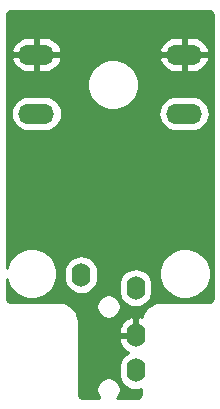
<source format=gtl>
G04 #@! TF.GenerationSoftware,KiCad,Pcbnew,5.1.6-c6e7f7d~86~ubuntu16.04.1*
G04 #@! TF.CreationDate,2020-07-12T16:36:50-04:00*
G04 #@! TF.ProjectId,tactile_switch_pcb_v2,74616374-696c-4655-9f73-77697463685f,1.0*
G04 #@! TF.SameCoordinates,Original*
G04 #@! TF.FileFunction,Copper,L1,Top*
G04 #@! TF.FilePolarity,Positive*
%FSLAX46Y46*%
G04 Gerber Fmt 4.6, Leading zero omitted, Abs format (unit mm)*
G04 Created by KiCad (PCBNEW 5.1.6-c6e7f7d~86~ubuntu16.04.1) date 2020-07-12 16:36:50*
%MOMM*%
%LPD*%
G01*
G04 APERTURE LIST*
G04 #@! TA.AperFunction,ComponentPad*
%ADD10O,3.048000X1.727200*%
G04 #@! TD*
G04 #@! TA.AperFunction,ComponentPad*
%ADD11O,1.600000X2.000000*%
G04 #@! TD*
G04 #@! TA.AperFunction,Conductor*
%ADD12C,0.254000*%
G04 #@! TD*
G04 APERTURE END LIST*
D10*
X153851000Y-105410000D03*
X153851000Y-110410000D03*
X141351000Y-105410000D03*
X141351000Y-110410000D03*
D11*
X145139000Y-124057000D03*
X149739000Y-125157000D03*
X149739000Y-132157000D03*
X149739000Y-129157000D03*
D12*
G36*
X156024533Y-101761885D02*
G01*
X156090457Y-101781789D01*
X156151255Y-101814115D01*
X156204619Y-101857639D01*
X156248512Y-101910696D01*
X156281266Y-101971271D01*
X156301628Y-102037053D01*
X156312000Y-102135731D01*
X156312001Y-125951709D01*
X156302115Y-126052531D01*
X156282211Y-126118458D01*
X156249885Y-126179255D01*
X156206362Y-126232618D01*
X156153300Y-126276515D01*
X156092727Y-126309266D01*
X156026947Y-126329628D01*
X155928269Y-126340000D01*
X151859581Y-126340000D01*
X151831309Y-126342784D01*
X151825088Y-126342741D01*
X151815917Y-126343641D01*
X151618715Y-126364368D01*
X151560151Y-126376390D01*
X151501362Y-126387604D01*
X151492540Y-126390268D01*
X151303118Y-126448903D01*
X151248005Y-126472071D01*
X151192507Y-126494493D01*
X151184371Y-126498820D01*
X151009947Y-126593130D01*
X150960331Y-126626597D01*
X150910301Y-126659335D01*
X150903160Y-126665159D01*
X150750376Y-126791553D01*
X150708237Y-126833988D01*
X150665487Y-126875851D01*
X150659613Y-126882952D01*
X150534289Y-127036614D01*
X150501174Y-127086456D01*
X150467390Y-127135796D01*
X150463007Y-127143902D01*
X150369916Y-127318980D01*
X150347125Y-127374275D01*
X150323554Y-127429270D01*
X150320829Y-127438073D01*
X150264777Y-127623728D01*
X150145730Y-127575556D01*
X150088039Y-127565096D01*
X149866000Y-127687085D01*
X149866000Y-129030000D01*
X149886000Y-129030000D01*
X149886000Y-129284000D01*
X149866000Y-129284000D01*
X149866000Y-129304000D01*
X149612000Y-129304000D01*
X149612000Y-129284000D01*
X148459526Y-129284000D01*
X148307063Y-129509887D01*
X148364404Y-129786306D01*
X148474570Y-130046227D01*
X148633327Y-130279662D01*
X148834575Y-130477639D01*
X149070579Y-130632551D01*
X149128714Y-130656075D01*
X148937899Y-130758068D01*
X148719392Y-130937393D01*
X148540068Y-131155900D01*
X148406818Y-131405193D01*
X148324764Y-131675692D01*
X148304000Y-131886509D01*
X148304000Y-132427492D01*
X148324764Y-132638309D01*
X148406818Y-132908808D01*
X148540068Y-133158101D01*
X148719393Y-133376608D01*
X148937900Y-133555932D01*
X149187193Y-133689182D01*
X149457692Y-133771236D01*
X149739000Y-133798943D01*
X150020309Y-133771236D01*
X150216000Y-133711874D01*
X150216000Y-134079719D01*
X150206115Y-134180531D01*
X150186211Y-134246458D01*
X150153885Y-134307255D01*
X150110362Y-134360618D01*
X150057300Y-134404515D01*
X149996727Y-134437266D01*
X149930947Y-134457628D01*
X149832269Y-134468000D01*
X148191711Y-134468000D01*
X148242937Y-134416774D01*
X148356205Y-134247256D01*
X148434226Y-134058898D01*
X148474000Y-133858939D01*
X148474000Y-133655061D01*
X148434226Y-133455102D01*
X148356205Y-133266744D01*
X148242937Y-133097226D01*
X148098774Y-132953063D01*
X147929256Y-132839795D01*
X147740898Y-132761774D01*
X147540939Y-132722000D01*
X147337061Y-132722000D01*
X147137102Y-132761774D01*
X146948744Y-132839795D01*
X146779226Y-132953063D01*
X146635063Y-133097226D01*
X146521795Y-133266744D01*
X146443774Y-133455102D01*
X146404000Y-133655061D01*
X146404000Y-133858939D01*
X146443774Y-134058898D01*
X146521795Y-134247256D01*
X146635063Y-134416774D01*
X146686289Y-134468000D01*
X145320281Y-134468000D01*
X145219469Y-134458115D01*
X145153542Y-134438211D01*
X145092745Y-134405885D01*
X145039382Y-134362362D01*
X144995485Y-134309300D01*
X144962734Y-134248727D01*
X144942372Y-134182947D01*
X144932000Y-134084269D01*
X144932000Y-128804113D01*
X148307063Y-128804113D01*
X148459526Y-129030000D01*
X149612000Y-129030000D01*
X149612000Y-127687085D01*
X149389961Y-127565096D01*
X149332270Y-127575556D01*
X149070579Y-127681449D01*
X148834575Y-127836361D01*
X148633327Y-128034338D01*
X148474570Y-128267773D01*
X148364404Y-128527694D01*
X148307063Y-128804113D01*
X144932000Y-128804113D01*
X144932000Y-127983581D01*
X144929216Y-127955309D01*
X144929259Y-127949088D01*
X144928359Y-127939917D01*
X144907632Y-127742715D01*
X144895610Y-127684151D01*
X144884396Y-127625362D01*
X144881732Y-127616540D01*
X144823097Y-127427118D01*
X144799929Y-127372005D01*
X144777507Y-127316507D01*
X144773180Y-127308371D01*
X144678870Y-127133947D01*
X144645403Y-127084331D01*
X144612665Y-127034301D01*
X144606841Y-127027160D01*
X144480447Y-126874376D01*
X144438012Y-126832237D01*
X144396149Y-126789487D01*
X144389048Y-126783613D01*
X144235386Y-126658289D01*
X144230528Y-126655061D01*
X146404000Y-126655061D01*
X146404000Y-126858939D01*
X146443774Y-127058898D01*
X146521795Y-127247256D01*
X146635063Y-127416774D01*
X146779226Y-127560937D01*
X146948744Y-127674205D01*
X147137102Y-127752226D01*
X147337061Y-127792000D01*
X147540939Y-127792000D01*
X147740898Y-127752226D01*
X147929256Y-127674205D01*
X148098774Y-127560937D01*
X148242937Y-127416774D01*
X148356205Y-127247256D01*
X148434226Y-127058898D01*
X148474000Y-126858939D01*
X148474000Y-126655061D01*
X148434226Y-126455102D01*
X148356205Y-126266744D01*
X148242937Y-126097226D01*
X148098774Y-125953063D01*
X147929256Y-125839795D01*
X147740898Y-125761774D01*
X147540939Y-125722000D01*
X147337061Y-125722000D01*
X147137102Y-125761774D01*
X146948744Y-125839795D01*
X146779226Y-125953063D01*
X146635063Y-126097226D01*
X146521795Y-126266744D01*
X146443774Y-126455102D01*
X146404000Y-126655061D01*
X144230528Y-126655061D01*
X144185544Y-126625174D01*
X144136204Y-126591390D01*
X144128098Y-126587007D01*
X143953020Y-126493916D01*
X143897725Y-126471125D01*
X143842730Y-126447554D01*
X143833927Y-126444829D01*
X143644100Y-126387518D01*
X143585420Y-126375900D01*
X143526913Y-126363463D01*
X143517748Y-126362500D01*
X143320406Y-126343150D01*
X143320402Y-126343150D01*
X143288419Y-126340000D01*
X139224281Y-126340000D01*
X139123469Y-126330115D01*
X139057542Y-126310211D01*
X138996745Y-126277885D01*
X138943382Y-126234362D01*
X138899485Y-126181300D01*
X138866734Y-126120727D01*
X138846372Y-126054947D01*
X138836000Y-125956269D01*
X138836000Y-124415324D01*
X138869715Y-124584821D01*
X139033257Y-124979645D01*
X139270682Y-125334977D01*
X139572868Y-125637163D01*
X139928200Y-125874588D01*
X140323024Y-126038130D01*
X140742168Y-126121503D01*
X141169522Y-126121503D01*
X141588666Y-126038130D01*
X141983490Y-125874588D01*
X142338822Y-125637163D01*
X142641008Y-125334977D01*
X142878433Y-124979645D01*
X143041975Y-124584821D01*
X143125348Y-124165677D01*
X143125348Y-123786509D01*
X143704000Y-123786509D01*
X143704000Y-124327492D01*
X143724764Y-124538309D01*
X143806818Y-124808808D01*
X143940068Y-125058101D01*
X144119393Y-125276608D01*
X144337900Y-125455932D01*
X144587193Y-125589182D01*
X144857692Y-125671236D01*
X145139000Y-125698943D01*
X145420309Y-125671236D01*
X145690808Y-125589182D01*
X145940101Y-125455932D01*
X146158608Y-125276608D01*
X146337932Y-125058101D01*
X146429649Y-124886509D01*
X148304000Y-124886509D01*
X148304000Y-125427492D01*
X148324764Y-125638309D01*
X148406818Y-125908808D01*
X148540068Y-126158101D01*
X148719393Y-126376608D01*
X148937900Y-126555932D01*
X149187193Y-126689182D01*
X149457692Y-126771236D01*
X149739000Y-126798943D01*
X150020309Y-126771236D01*
X150290808Y-126689182D01*
X150540101Y-126555932D01*
X150758608Y-126376608D01*
X150937932Y-126158101D01*
X151071182Y-125908807D01*
X151153236Y-125638308D01*
X151174000Y-125427491D01*
X151174000Y-124886508D01*
X151153236Y-124675691D01*
X151071182Y-124405192D01*
X150937932Y-124155899D01*
X150758607Y-123937392D01*
X150540100Y-123758068D01*
X150503160Y-123738323D01*
X151754497Y-123738323D01*
X151754497Y-124165677D01*
X151837870Y-124584821D01*
X152001412Y-124979645D01*
X152238837Y-125334977D01*
X152541023Y-125637163D01*
X152896355Y-125874588D01*
X153291179Y-126038130D01*
X153710323Y-126121503D01*
X154137677Y-126121503D01*
X154556821Y-126038130D01*
X154951645Y-125874588D01*
X155306977Y-125637163D01*
X155609163Y-125334977D01*
X155846588Y-124979645D01*
X156010130Y-124584821D01*
X156093503Y-124165677D01*
X156093503Y-123738323D01*
X156010130Y-123319179D01*
X155846588Y-122924355D01*
X155609163Y-122569023D01*
X155306977Y-122266837D01*
X154951645Y-122029412D01*
X154556821Y-121865870D01*
X154137677Y-121782497D01*
X153710323Y-121782497D01*
X153291179Y-121865870D01*
X152896355Y-122029412D01*
X152541023Y-122266837D01*
X152238837Y-122569023D01*
X152001412Y-122924355D01*
X151837870Y-123319179D01*
X151754497Y-123738323D01*
X150503160Y-123738323D01*
X150290807Y-123624818D01*
X150020308Y-123542764D01*
X149739000Y-123515057D01*
X149457691Y-123542764D01*
X149187192Y-123624818D01*
X148937899Y-123758068D01*
X148719392Y-123937393D01*
X148540068Y-124155900D01*
X148406818Y-124405193D01*
X148324764Y-124675692D01*
X148304000Y-124886509D01*
X146429649Y-124886509D01*
X146471182Y-124808807D01*
X146553236Y-124538308D01*
X146574000Y-124327491D01*
X146574000Y-123786508D01*
X146553236Y-123575691D01*
X146471182Y-123305192D01*
X146337932Y-123055899D01*
X146158607Y-122837392D01*
X145940100Y-122658068D01*
X145690807Y-122524818D01*
X145420308Y-122442764D01*
X145139000Y-122415057D01*
X144857691Y-122442764D01*
X144587192Y-122524818D01*
X144337899Y-122658068D01*
X144119392Y-122837393D01*
X143940068Y-123055900D01*
X143806818Y-123305193D01*
X143724764Y-123575692D01*
X143704000Y-123786509D01*
X143125348Y-123786509D01*
X143125348Y-123738323D01*
X143041975Y-123319179D01*
X142878433Y-122924355D01*
X142641008Y-122569023D01*
X142338822Y-122266837D01*
X141983490Y-122029412D01*
X141588666Y-121865870D01*
X141169522Y-121782497D01*
X140742168Y-121782497D01*
X140323024Y-121865870D01*
X139928200Y-122029412D01*
X139572868Y-122266837D01*
X139270682Y-122569023D01*
X139033257Y-122924355D01*
X138869715Y-123319179D01*
X138836000Y-123488676D01*
X138836000Y-110410000D01*
X139184749Y-110410000D01*
X139213684Y-110703777D01*
X139299375Y-110986264D01*
X139438531Y-111246606D01*
X139625803Y-111474797D01*
X139853994Y-111662069D01*
X140114336Y-111801225D01*
X140396823Y-111886916D01*
X140616981Y-111908600D01*
X142085019Y-111908600D01*
X142305177Y-111886916D01*
X142587664Y-111801225D01*
X142848006Y-111662069D01*
X143076197Y-111474797D01*
X143263469Y-111246606D01*
X143402625Y-110986264D01*
X143488316Y-110703777D01*
X143517251Y-110410000D01*
X151684749Y-110410000D01*
X151713684Y-110703777D01*
X151799375Y-110986264D01*
X151938531Y-111246606D01*
X152125803Y-111474797D01*
X152353994Y-111662069D01*
X152614336Y-111801225D01*
X152896823Y-111886916D01*
X153116981Y-111908600D01*
X154585019Y-111908600D01*
X154805177Y-111886916D01*
X155087664Y-111801225D01*
X155348006Y-111662069D01*
X155576197Y-111474797D01*
X155763469Y-111246606D01*
X155902625Y-110986264D01*
X155988316Y-110703777D01*
X156017251Y-110410000D01*
X155988316Y-110116223D01*
X155902625Y-109833736D01*
X155763469Y-109573394D01*
X155576197Y-109345203D01*
X155348006Y-109157931D01*
X155087664Y-109018775D01*
X154805177Y-108933084D01*
X154585019Y-108911400D01*
X153116981Y-108911400D01*
X152896823Y-108933084D01*
X152614336Y-109018775D01*
X152353994Y-109157931D01*
X152125803Y-109345203D01*
X151938531Y-109573394D01*
X151799375Y-109833736D01*
X151713684Y-110116223D01*
X151684749Y-110410000D01*
X143517251Y-110410000D01*
X143488316Y-110116223D01*
X143402625Y-109833736D01*
X143263469Y-109573394D01*
X143076197Y-109345203D01*
X142848006Y-109157931D01*
X142587664Y-109018775D01*
X142305177Y-108933084D01*
X142085019Y-108911400D01*
X140616981Y-108911400D01*
X140396823Y-108933084D01*
X140114336Y-109018775D01*
X139853994Y-109157931D01*
X139625803Y-109345203D01*
X139438531Y-109573394D01*
X139299375Y-109833736D01*
X139213684Y-110116223D01*
X139184749Y-110410000D01*
X138836000Y-110410000D01*
X138836000Y-107750478D01*
X145658497Y-107750478D01*
X145658497Y-108177832D01*
X145741870Y-108596976D01*
X145905412Y-108991800D01*
X146142837Y-109347132D01*
X146445023Y-109649318D01*
X146800355Y-109886743D01*
X147195179Y-110050285D01*
X147614323Y-110133658D01*
X148041677Y-110133658D01*
X148460821Y-110050285D01*
X148855645Y-109886743D01*
X149210977Y-109649318D01*
X149513163Y-109347132D01*
X149750588Y-108991800D01*
X149914130Y-108596976D01*
X149997503Y-108177832D01*
X149997503Y-107750478D01*
X149914130Y-107331334D01*
X149750588Y-106936510D01*
X149513163Y-106581178D01*
X149210977Y-106278992D01*
X148855645Y-106041567D01*
X148460821Y-105878025D01*
X148041677Y-105794652D01*
X147614323Y-105794652D01*
X147195179Y-105878025D01*
X146800355Y-106041567D01*
X146445023Y-106278992D01*
X146142837Y-106581178D01*
X145905412Y-106936510D01*
X145741870Y-107331334D01*
X145658497Y-107750478D01*
X138836000Y-107750478D01*
X138836000Y-105769026D01*
X139235642Y-105769026D01*
X139257473Y-105866157D01*
X139374002Y-106136981D01*
X139541127Y-106379868D01*
X139752426Y-106585483D01*
X139999778Y-106745925D01*
X140273678Y-106855028D01*
X140563600Y-106908600D01*
X141224000Y-106908600D01*
X141224000Y-105537000D01*
X141478000Y-105537000D01*
X141478000Y-106908600D01*
X142138400Y-106908600D01*
X142428322Y-106855028D01*
X142702222Y-106745925D01*
X142949574Y-106585483D01*
X143160873Y-106379868D01*
X143327998Y-106136981D01*
X143444527Y-105866157D01*
X143466358Y-105769026D01*
X151735642Y-105769026D01*
X151757473Y-105866157D01*
X151874002Y-106136981D01*
X152041127Y-106379868D01*
X152252426Y-106585483D01*
X152499778Y-106745925D01*
X152773678Y-106855028D01*
X153063600Y-106908600D01*
X153724000Y-106908600D01*
X153724000Y-105537000D01*
X153978000Y-105537000D01*
X153978000Y-106908600D01*
X154638400Y-106908600D01*
X154928322Y-106855028D01*
X155202222Y-106745925D01*
X155449574Y-106585483D01*
X155660873Y-106379868D01*
X155827998Y-106136981D01*
X155944527Y-105866157D01*
X155966358Y-105769026D01*
X155845217Y-105537000D01*
X153978000Y-105537000D01*
X153724000Y-105537000D01*
X151856783Y-105537000D01*
X151735642Y-105769026D01*
X143466358Y-105769026D01*
X143345217Y-105537000D01*
X141478000Y-105537000D01*
X141224000Y-105537000D01*
X139356783Y-105537000D01*
X139235642Y-105769026D01*
X138836000Y-105769026D01*
X138836000Y-105050974D01*
X139235642Y-105050974D01*
X139356783Y-105283000D01*
X141224000Y-105283000D01*
X141224000Y-103911400D01*
X141478000Y-103911400D01*
X141478000Y-105283000D01*
X143345217Y-105283000D01*
X143466358Y-105050974D01*
X151735642Y-105050974D01*
X151856783Y-105283000D01*
X153724000Y-105283000D01*
X153724000Y-103911400D01*
X153978000Y-103911400D01*
X153978000Y-105283000D01*
X155845217Y-105283000D01*
X155966358Y-105050974D01*
X155944527Y-104953843D01*
X155827998Y-104683019D01*
X155660873Y-104440132D01*
X155449574Y-104234517D01*
X155202222Y-104074075D01*
X154928322Y-103964972D01*
X154638400Y-103911400D01*
X153978000Y-103911400D01*
X153724000Y-103911400D01*
X153063600Y-103911400D01*
X152773678Y-103964972D01*
X152499778Y-104074075D01*
X152252426Y-104234517D01*
X152041127Y-104440132D01*
X151874002Y-104683019D01*
X151757473Y-104953843D01*
X151735642Y-105050974D01*
X143466358Y-105050974D01*
X143444527Y-104953843D01*
X143327998Y-104683019D01*
X143160873Y-104440132D01*
X142949574Y-104234517D01*
X142702222Y-104074075D01*
X142428322Y-103964972D01*
X142138400Y-103911400D01*
X141478000Y-103911400D01*
X141224000Y-103911400D01*
X140563600Y-103911400D01*
X140273678Y-103964972D01*
X139999778Y-104074075D01*
X139752426Y-104234517D01*
X139541127Y-104440132D01*
X139374002Y-104683019D01*
X139257473Y-104953843D01*
X139235642Y-105050974D01*
X138836000Y-105050974D01*
X138836000Y-102140281D01*
X138845885Y-102039467D01*
X138865789Y-101973543D01*
X138898115Y-101912745D01*
X138941639Y-101859381D01*
X138994696Y-101815488D01*
X139055271Y-101782734D01*
X139121053Y-101762372D01*
X139219730Y-101752000D01*
X155923719Y-101752000D01*
X156024533Y-101761885D01*
G37*
X156024533Y-101761885D02*
X156090457Y-101781789D01*
X156151255Y-101814115D01*
X156204619Y-101857639D01*
X156248512Y-101910696D01*
X156281266Y-101971271D01*
X156301628Y-102037053D01*
X156312000Y-102135731D01*
X156312001Y-125951709D01*
X156302115Y-126052531D01*
X156282211Y-126118458D01*
X156249885Y-126179255D01*
X156206362Y-126232618D01*
X156153300Y-126276515D01*
X156092727Y-126309266D01*
X156026947Y-126329628D01*
X155928269Y-126340000D01*
X151859581Y-126340000D01*
X151831309Y-126342784D01*
X151825088Y-126342741D01*
X151815917Y-126343641D01*
X151618715Y-126364368D01*
X151560151Y-126376390D01*
X151501362Y-126387604D01*
X151492540Y-126390268D01*
X151303118Y-126448903D01*
X151248005Y-126472071D01*
X151192507Y-126494493D01*
X151184371Y-126498820D01*
X151009947Y-126593130D01*
X150960331Y-126626597D01*
X150910301Y-126659335D01*
X150903160Y-126665159D01*
X150750376Y-126791553D01*
X150708237Y-126833988D01*
X150665487Y-126875851D01*
X150659613Y-126882952D01*
X150534289Y-127036614D01*
X150501174Y-127086456D01*
X150467390Y-127135796D01*
X150463007Y-127143902D01*
X150369916Y-127318980D01*
X150347125Y-127374275D01*
X150323554Y-127429270D01*
X150320829Y-127438073D01*
X150264777Y-127623728D01*
X150145730Y-127575556D01*
X150088039Y-127565096D01*
X149866000Y-127687085D01*
X149866000Y-129030000D01*
X149886000Y-129030000D01*
X149886000Y-129284000D01*
X149866000Y-129284000D01*
X149866000Y-129304000D01*
X149612000Y-129304000D01*
X149612000Y-129284000D01*
X148459526Y-129284000D01*
X148307063Y-129509887D01*
X148364404Y-129786306D01*
X148474570Y-130046227D01*
X148633327Y-130279662D01*
X148834575Y-130477639D01*
X149070579Y-130632551D01*
X149128714Y-130656075D01*
X148937899Y-130758068D01*
X148719392Y-130937393D01*
X148540068Y-131155900D01*
X148406818Y-131405193D01*
X148324764Y-131675692D01*
X148304000Y-131886509D01*
X148304000Y-132427492D01*
X148324764Y-132638309D01*
X148406818Y-132908808D01*
X148540068Y-133158101D01*
X148719393Y-133376608D01*
X148937900Y-133555932D01*
X149187193Y-133689182D01*
X149457692Y-133771236D01*
X149739000Y-133798943D01*
X150020309Y-133771236D01*
X150216000Y-133711874D01*
X150216000Y-134079719D01*
X150206115Y-134180531D01*
X150186211Y-134246458D01*
X150153885Y-134307255D01*
X150110362Y-134360618D01*
X150057300Y-134404515D01*
X149996727Y-134437266D01*
X149930947Y-134457628D01*
X149832269Y-134468000D01*
X148191711Y-134468000D01*
X148242937Y-134416774D01*
X148356205Y-134247256D01*
X148434226Y-134058898D01*
X148474000Y-133858939D01*
X148474000Y-133655061D01*
X148434226Y-133455102D01*
X148356205Y-133266744D01*
X148242937Y-133097226D01*
X148098774Y-132953063D01*
X147929256Y-132839795D01*
X147740898Y-132761774D01*
X147540939Y-132722000D01*
X147337061Y-132722000D01*
X147137102Y-132761774D01*
X146948744Y-132839795D01*
X146779226Y-132953063D01*
X146635063Y-133097226D01*
X146521795Y-133266744D01*
X146443774Y-133455102D01*
X146404000Y-133655061D01*
X146404000Y-133858939D01*
X146443774Y-134058898D01*
X146521795Y-134247256D01*
X146635063Y-134416774D01*
X146686289Y-134468000D01*
X145320281Y-134468000D01*
X145219469Y-134458115D01*
X145153542Y-134438211D01*
X145092745Y-134405885D01*
X145039382Y-134362362D01*
X144995485Y-134309300D01*
X144962734Y-134248727D01*
X144942372Y-134182947D01*
X144932000Y-134084269D01*
X144932000Y-128804113D01*
X148307063Y-128804113D01*
X148459526Y-129030000D01*
X149612000Y-129030000D01*
X149612000Y-127687085D01*
X149389961Y-127565096D01*
X149332270Y-127575556D01*
X149070579Y-127681449D01*
X148834575Y-127836361D01*
X148633327Y-128034338D01*
X148474570Y-128267773D01*
X148364404Y-128527694D01*
X148307063Y-128804113D01*
X144932000Y-128804113D01*
X144932000Y-127983581D01*
X144929216Y-127955309D01*
X144929259Y-127949088D01*
X144928359Y-127939917D01*
X144907632Y-127742715D01*
X144895610Y-127684151D01*
X144884396Y-127625362D01*
X144881732Y-127616540D01*
X144823097Y-127427118D01*
X144799929Y-127372005D01*
X144777507Y-127316507D01*
X144773180Y-127308371D01*
X144678870Y-127133947D01*
X144645403Y-127084331D01*
X144612665Y-127034301D01*
X144606841Y-127027160D01*
X144480447Y-126874376D01*
X144438012Y-126832237D01*
X144396149Y-126789487D01*
X144389048Y-126783613D01*
X144235386Y-126658289D01*
X144230528Y-126655061D01*
X146404000Y-126655061D01*
X146404000Y-126858939D01*
X146443774Y-127058898D01*
X146521795Y-127247256D01*
X146635063Y-127416774D01*
X146779226Y-127560937D01*
X146948744Y-127674205D01*
X147137102Y-127752226D01*
X147337061Y-127792000D01*
X147540939Y-127792000D01*
X147740898Y-127752226D01*
X147929256Y-127674205D01*
X148098774Y-127560937D01*
X148242937Y-127416774D01*
X148356205Y-127247256D01*
X148434226Y-127058898D01*
X148474000Y-126858939D01*
X148474000Y-126655061D01*
X148434226Y-126455102D01*
X148356205Y-126266744D01*
X148242937Y-126097226D01*
X148098774Y-125953063D01*
X147929256Y-125839795D01*
X147740898Y-125761774D01*
X147540939Y-125722000D01*
X147337061Y-125722000D01*
X147137102Y-125761774D01*
X146948744Y-125839795D01*
X146779226Y-125953063D01*
X146635063Y-126097226D01*
X146521795Y-126266744D01*
X146443774Y-126455102D01*
X146404000Y-126655061D01*
X144230528Y-126655061D01*
X144185544Y-126625174D01*
X144136204Y-126591390D01*
X144128098Y-126587007D01*
X143953020Y-126493916D01*
X143897725Y-126471125D01*
X143842730Y-126447554D01*
X143833927Y-126444829D01*
X143644100Y-126387518D01*
X143585420Y-126375900D01*
X143526913Y-126363463D01*
X143517748Y-126362500D01*
X143320406Y-126343150D01*
X143320402Y-126343150D01*
X143288419Y-126340000D01*
X139224281Y-126340000D01*
X139123469Y-126330115D01*
X139057542Y-126310211D01*
X138996745Y-126277885D01*
X138943382Y-126234362D01*
X138899485Y-126181300D01*
X138866734Y-126120727D01*
X138846372Y-126054947D01*
X138836000Y-125956269D01*
X138836000Y-124415324D01*
X138869715Y-124584821D01*
X139033257Y-124979645D01*
X139270682Y-125334977D01*
X139572868Y-125637163D01*
X139928200Y-125874588D01*
X140323024Y-126038130D01*
X140742168Y-126121503D01*
X141169522Y-126121503D01*
X141588666Y-126038130D01*
X141983490Y-125874588D01*
X142338822Y-125637163D01*
X142641008Y-125334977D01*
X142878433Y-124979645D01*
X143041975Y-124584821D01*
X143125348Y-124165677D01*
X143125348Y-123786509D01*
X143704000Y-123786509D01*
X143704000Y-124327492D01*
X143724764Y-124538309D01*
X143806818Y-124808808D01*
X143940068Y-125058101D01*
X144119393Y-125276608D01*
X144337900Y-125455932D01*
X144587193Y-125589182D01*
X144857692Y-125671236D01*
X145139000Y-125698943D01*
X145420309Y-125671236D01*
X145690808Y-125589182D01*
X145940101Y-125455932D01*
X146158608Y-125276608D01*
X146337932Y-125058101D01*
X146429649Y-124886509D01*
X148304000Y-124886509D01*
X148304000Y-125427492D01*
X148324764Y-125638309D01*
X148406818Y-125908808D01*
X148540068Y-126158101D01*
X148719393Y-126376608D01*
X148937900Y-126555932D01*
X149187193Y-126689182D01*
X149457692Y-126771236D01*
X149739000Y-126798943D01*
X150020309Y-126771236D01*
X150290808Y-126689182D01*
X150540101Y-126555932D01*
X150758608Y-126376608D01*
X150937932Y-126158101D01*
X151071182Y-125908807D01*
X151153236Y-125638308D01*
X151174000Y-125427491D01*
X151174000Y-124886508D01*
X151153236Y-124675691D01*
X151071182Y-124405192D01*
X150937932Y-124155899D01*
X150758607Y-123937392D01*
X150540100Y-123758068D01*
X150503160Y-123738323D01*
X151754497Y-123738323D01*
X151754497Y-124165677D01*
X151837870Y-124584821D01*
X152001412Y-124979645D01*
X152238837Y-125334977D01*
X152541023Y-125637163D01*
X152896355Y-125874588D01*
X153291179Y-126038130D01*
X153710323Y-126121503D01*
X154137677Y-126121503D01*
X154556821Y-126038130D01*
X154951645Y-125874588D01*
X155306977Y-125637163D01*
X155609163Y-125334977D01*
X155846588Y-124979645D01*
X156010130Y-124584821D01*
X156093503Y-124165677D01*
X156093503Y-123738323D01*
X156010130Y-123319179D01*
X155846588Y-122924355D01*
X155609163Y-122569023D01*
X155306977Y-122266837D01*
X154951645Y-122029412D01*
X154556821Y-121865870D01*
X154137677Y-121782497D01*
X153710323Y-121782497D01*
X153291179Y-121865870D01*
X152896355Y-122029412D01*
X152541023Y-122266837D01*
X152238837Y-122569023D01*
X152001412Y-122924355D01*
X151837870Y-123319179D01*
X151754497Y-123738323D01*
X150503160Y-123738323D01*
X150290807Y-123624818D01*
X150020308Y-123542764D01*
X149739000Y-123515057D01*
X149457691Y-123542764D01*
X149187192Y-123624818D01*
X148937899Y-123758068D01*
X148719392Y-123937393D01*
X148540068Y-124155900D01*
X148406818Y-124405193D01*
X148324764Y-124675692D01*
X148304000Y-124886509D01*
X146429649Y-124886509D01*
X146471182Y-124808807D01*
X146553236Y-124538308D01*
X146574000Y-124327491D01*
X146574000Y-123786508D01*
X146553236Y-123575691D01*
X146471182Y-123305192D01*
X146337932Y-123055899D01*
X146158607Y-122837392D01*
X145940100Y-122658068D01*
X145690807Y-122524818D01*
X145420308Y-122442764D01*
X145139000Y-122415057D01*
X144857691Y-122442764D01*
X144587192Y-122524818D01*
X144337899Y-122658068D01*
X144119392Y-122837393D01*
X143940068Y-123055900D01*
X143806818Y-123305193D01*
X143724764Y-123575692D01*
X143704000Y-123786509D01*
X143125348Y-123786509D01*
X143125348Y-123738323D01*
X143041975Y-123319179D01*
X142878433Y-122924355D01*
X142641008Y-122569023D01*
X142338822Y-122266837D01*
X141983490Y-122029412D01*
X141588666Y-121865870D01*
X141169522Y-121782497D01*
X140742168Y-121782497D01*
X140323024Y-121865870D01*
X139928200Y-122029412D01*
X139572868Y-122266837D01*
X139270682Y-122569023D01*
X139033257Y-122924355D01*
X138869715Y-123319179D01*
X138836000Y-123488676D01*
X138836000Y-110410000D01*
X139184749Y-110410000D01*
X139213684Y-110703777D01*
X139299375Y-110986264D01*
X139438531Y-111246606D01*
X139625803Y-111474797D01*
X139853994Y-111662069D01*
X140114336Y-111801225D01*
X140396823Y-111886916D01*
X140616981Y-111908600D01*
X142085019Y-111908600D01*
X142305177Y-111886916D01*
X142587664Y-111801225D01*
X142848006Y-111662069D01*
X143076197Y-111474797D01*
X143263469Y-111246606D01*
X143402625Y-110986264D01*
X143488316Y-110703777D01*
X143517251Y-110410000D01*
X151684749Y-110410000D01*
X151713684Y-110703777D01*
X151799375Y-110986264D01*
X151938531Y-111246606D01*
X152125803Y-111474797D01*
X152353994Y-111662069D01*
X152614336Y-111801225D01*
X152896823Y-111886916D01*
X153116981Y-111908600D01*
X154585019Y-111908600D01*
X154805177Y-111886916D01*
X155087664Y-111801225D01*
X155348006Y-111662069D01*
X155576197Y-111474797D01*
X155763469Y-111246606D01*
X155902625Y-110986264D01*
X155988316Y-110703777D01*
X156017251Y-110410000D01*
X155988316Y-110116223D01*
X155902625Y-109833736D01*
X155763469Y-109573394D01*
X155576197Y-109345203D01*
X155348006Y-109157931D01*
X155087664Y-109018775D01*
X154805177Y-108933084D01*
X154585019Y-108911400D01*
X153116981Y-108911400D01*
X152896823Y-108933084D01*
X152614336Y-109018775D01*
X152353994Y-109157931D01*
X152125803Y-109345203D01*
X151938531Y-109573394D01*
X151799375Y-109833736D01*
X151713684Y-110116223D01*
X151684749Y-110410000D01*
X143517251Y-110410000D01*
X143488316Y-110116223D01*
X143402625Y-109833736D01*
X143263469Y-109573394D01*
X143076197Y-109345203D01*
X142848006Y-109157931D01*
X142587664Y-109018775D01*
X142305177Y-108933084D01*
X142085019Y-108911400D01*
X140616981Y-108911400D01*
X140396823Y-108933084D01*
X140114336Y-109018775D01*
X139853994Y-109157931D01*
X139625803Y-109345203D01*
X139438531Y-109573394D01*
X139299375Y-109833736D01*
X139213684Y-110116223D01*
X139184749Y-110410000D01*
X138836000Y-110410000D01*
X138836000Y-107750478D01*
X145658497Y-107750478D01*
X145658497Y-108177832D01*
X145741870Y-108596976D01*
X145905412Y-108991800D01*
X146142837Y-109347132D01*
X146445023Y-109649318D01*
X146800355Y-109886743D01*
X147195179Y-110050285D01*
X147614323Y-110133658D01*
X148041677Y-110133658D01*
X148460821Y-110050285D01*
X148855645Y-109886743D01*
X149210977Y-109649318D01*
X149513163Y-109347132D01*
X149750588Y-108991800D01*
X149914130Y-108596976D01*
X149997503Y-108177832D01*
X149997503Y-107750478D01*
X149914130Y-107331334D01*
X149750588Y-106936510D01*
X149513163Y-106581178D01*
X149210977Y-106278992D01*
X148855645Y-106041567D01*
X148460821Y-105878025D01*
X148041677Y-105794652D01*
X147614323Y-105794652D01*
X147195179Y-105878025D01*
X146800355Y-106041567D01*
X146445023Y-106278992D01*
X146142837Y-106581178D01*
X145905412Y-106936510D01*
X145741870Y-107331334D01*
X145658497Y-107750478D01*
X138836000Y-107750478D01*
X138836000Y-105769026D01*
X139235642Y-105769026D01*
X139257473Y-105866157D01*
X139374002Y-106136981D01*
X139541127Y-106379868D01*
X139752426Y-106585483D01*
X139999778Y-106745925D01*
X140273678Y-106855028D01*
X140563600Y-106908600D01*
X141224000Y-106908600D01*
X141224000Y-105537000D01*
X141478000Y-105537000D01*
X141478000Y-106908600D01*
X142138400Y-106908600D01*
X142428322Y-106855028D01*
X142702222Y-106745925D01*
X142949574Y-106585483D01*
X143160873Y-106379868D01*
X143327998Y-106136981D01*
X143444527Y-105866157D01*
X143466358Y-105769026D01*
X151735642Y-105769026D01*
X151757473Y-105866157D01*
X151874002Y-106136981D01*
X152041127Y-106379868D01*
X152252426Y-106585483D01*
X152499778Y-106745925D01*
X152773678Y-106855028D01*
X153063600Y-106908600D01*
X153724000Y-106908600D01*
X153724000Y-105537000D01*
X153978000Y-105537000D01*
X153978000Y-106908600D01*
X154638400Y-106908600D01*
X154928322Y-106855028D01*
X155202222Y-106745925D01*
X155449574Y-106585483D01*
X155660873Y-106379868D01*
X155827998Y-106136981D01*
X155944527Y-105866157D01*
X155966358Y-105769026D01*
X155845217Y-105537000D01*
X153978000Y-105537000D01*
X153724000Y-105537000D01*
X151856783Y-105537000D01*
X151735642Y-105769026D01*
X143466358Y-105769026D01*
X143345217Y-105537000D01*
X141478000Y-105537000D01*
X141224000Y-105537000D01*
X139356783Y-105537000D01*
X139235642Y-105769026D01*
X138836000Y-105769026D01*
X138836000Y-105050974D01*
X139235642Y-105050974D01*
X139356783Y-105283000D01*
X141224000Y-105283000D01*
X141224000Y-103911400D01*
X141478000Y-103911400D01*
X141478000Y-105283000D01*
X143345217Y-105283000D01*
X143466358Y-105050974D01*
X151735642Y-105050974D01*
X151856783Y-105283000D01*
X153724000Y-105283000D01*
X153724000Y-103911400D01*
X153978000Y-103911400D01*
X153978000Y-105283000D01*
X155845217Y-105283000D01*
X155966358Y-105050974D01*
X155944527Y-104953843D01*
X155827998Y-104683019D01*
X155660873Y-104440132D01*
X155449574Y-104234517D01*
X155202222Y-104074075D01*
X154928322Y-103964972D01*
X154638400Y-103911400D01*
X153978000Y-103911400D01*
X153724000Y-103911400D01*
X153063600Y-103911400D01*
X152773678Y-103964972D01*
X152499778Y-104074075D01*
X152252426Y-104234517D01*
X152041127Y-104440132D01*
X151874002Y-104683019D01*
X151757473Y-104953843D01*
X151735642Y-105050974D01*
X143466358Y-105050974D01*
X143444527Y-104953843D01*
X143327998Y-104683019D01*
X143160873Y-104440132D01*
X142949574Y-104234517D01*
X142702222Y-104074075D01*
X142428322Y-103964972D01*
X142138400Y-103911400D01*
X141478000Y-103911400D01*
X141224000Y-103911400D01*
X140563600Y-103911400D01*
X140273678Y-103964972D01*
X139999778Y-104074075D01*
X139752426Y-104234517D01*
X139541127Y-104440132D01*
X139374002Y-104683019D01*
X139257473Y-104953843D01*
X139235642Y-105050974D01*
X138836000Y-105050974D01*
X138836000Y-102140281D01*
X138845885Y-102039467D01*
X138865789Y-101973543D01*
X138898115Y-101912745D01*
X138941639Y-101859381D01*
X138994696Y-101815488D01*
X139055271Y-101782734D01*
X139121053Y-101762372D01*
X139219730Y-101752000D01*
X155923719Y-101752000D01*
X156024533Y-101761885D01*
M02*

</source>
